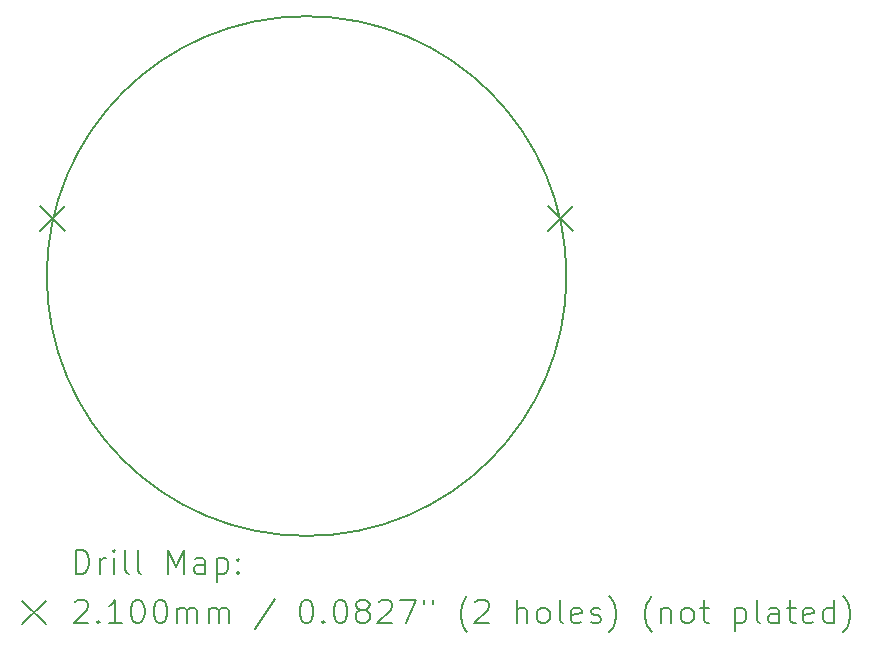
<source format=gbr>
%TF.GenerationSoftware,KiCad,Pcbnew,6.0.9-8da3e8f707~116~ubuntu22.04.1*%
%TF.CreationDate,2022-11-08T11:28:48+01:00*%
%TF.ProjectId,PCB-Horloge,5043422d-486f-4726-9c6f-67652e6b6963,1.0*%
%TF.SameCoordinates,Original*%
%TF.FileFunction,Drillmap*%
%TF.FilePolarity,Positive*%
%FSLAX45Y45*%
G04 Gerber Fmt 4.5, Leading zero omitted, Abs format (unit mm)*
G04 Created by KiCad (PCBNEW 6.0.9-8da3e8f707~116~ubuntu22.04.1) date 2022-11-08 11:28:48*
%MOMM*%
%LPD*%
G01*
G04 APERTURE LIST*
%ADD10C,0.200000*%
%ADD11C,0.210000*%
G04 APERTURE END LIST*
D10*
X15916000Y-9144000D02*
G75*
G03*
X15916000Y-9144000I-2200000J0D01*
G01*
D11*
X11460000Y-8555000D02*
X11670000Y-8765000D01*
X11670000Y-8555000D02*
X11460000Y-8765000D01*
X15760000Y-8555000D02*
X15970000Y-8765000D01*
X15970000Y-8555000D02*
X15760000Y-8765000D01*
D10*
X11763619Y-11664476D02*
X11763619Y-11464476D01*
X11811238Y-11464476D01*
X11839809Y-11474000D01*
X11858857Y-11493048D01*
X11868381Y-11512095D01*
X11877905Y-11550190D01*
X11877905Y-11578762D01*
X11868381Y-11616857D01*
X11858857Y-11635905D01*
X11839809Y-11654952D01*
X11811238Y-11664476D01*
X11763619Y-11664476D01*
X11963619Y-11664476D02*
X11963619Y-11531143D01*
X11963619Y-11569238D02*
X11973143Y-11550190D01*
X11982667Y-11540667D01*
X12001714Y-11531143D01*
X12020762Y-11531143D01*
X12087428Y-11664476D02*
X12087428Y-11531143D01*
X12087428Y-11464476D02*
X12077905Y-11474000D01*
X12087428Y-11483524D01*
X12096952Y-11474000D01*
X12087428Y-11464476D01*
X12087428Y-11483524D01*
X12211238Y-11664476D02*
X12192190Y-11654952D01*
X12182667Y-11635905D01*
X12182667Y-11464476D01*
X12316000Y-11664476D02*
X12296952Y-11654952D01*
X12287428Y-11635905D01*
X12287428Y-11464476D01*
X12544571Y-11664476D02*
X12544571Y-11464476D01*
X12611238Y-11607333D01*
X12677905Y-11464476D01*
X12677905Y-11664476D01*
X12858857Y-11664476D02*
X12858857Y-11559714D01*
X12849333Y-11540667D01*
X12830286Y-11531143D01*
X12792190Y-11531143D01*
X12773143Y-11540667D01*
X12858857Y-11654952D02*
X12839809Y-11664476D01*
X12792190Y-11664476D01*
X12773143Y-11654952D01*
X12763619Y-11635905D01*
X12763619Y-11616857D01*
X12773143Y-11597809D01*
X12792190Y-11588286D01*
X12839809Y-11588286D01*
X12858857Y-11578762D01*
X12954095Y-11531143D02*
X12954095Y-11731143D01*
X12954095Y-11540667D02*
X12973143Y-11531143D01*
X13011238Y-11531143D01*
X13030286Y-11540667D01*
X13039809Y-11550190D01*
X13049333Y-11569238D01*
X13049333Y-11626381D01*
X13039809Y-11645428D01*
X13030286Y-11654952D01*
X13011238Y-11664476D01*
X12973143Y-11664476D01*
X12954095Y-11654952D01*
X13135048Y-11645428D02*
X13144571Y-11654952D01*
X13135048Y-11664476D01*
X13125524Y-11654952D01*
X13135048Y-11645428D01*
X13135048Y-11664476D01*
X13135048Y-11540667D02*
X13144571Y-11550190D01*
X13135048Y-11559714D01*
X13125524Y-11550190D01*
X13135048Y-11540667D01*
X13135048Y-11559714D01*
X11306000Y-11894000D02*
X11506000Y-12094000D01*
X11506000Y-11894000D02*
X11306000Y-12094000D01*
X11754095Y-11903524D02*
X11763619Y-11894000D01*
X11782667Y-11884476D01*
X11830286Y-11884476D01*
X11849333Y-11894000D01*
X11858857Y-11903524D01*
X11868381Y-11922571D01*
X11868381Y-11941619D01*
X11858857Y-11970190D01*
X11744571Y-12084476D01*
X11868381Y-12084476D01*
X11954095Y-12065428D02*
X11963619Y-12074952D01*
X11954095Y-12084476D01*
X11944571Y-12074952D01*
X11954095Y-12065428D01*
X11954095Y-12084476D01*
X12154095Y-12084476D02*
X12039809Y-12084476D01*
X12096952Y-12084476D02*
X12096952Y-11884476D01*
X12077905Y-11913048D01*
X12058857Y-11932095D01*
X12039809Y-11941619D01*
X12277905Y-11884476D02*
X12296952Y-11884476D01*
X12316000Y-11894000D01*
X12325524Y-11903524D01*
X12335048Y-11922571D01*
X12344571Y-11960667D01*
X12344571Y-12008286D01*
X12335048Y-12046381D01*
X12325524Y-12065428D01*
X12316000Y-12074952D01*
X12296952Y-12084476D01*
X12277905Y-12084476D01*
X12258857Y-12074952D01*
X12249333Y-12065428D01*
X12239809Y-12046381D01*
X12230286Y-12008286D01*
X12230286Y-11960667D01*
X12239809Y-11922571D01*
X12249333Y-11903524D01*
X12258857Y-11894000D01*
X12277905Y-11884476D01*
X12468381Y-11884476D02*
X12487428Y-11884476D01*
X12506476Y-11894000D01*
X12516000Y-11903524D01*
X12525524Y-11922571D01*
X12535048Y-11960667D01*
X12535048Y-12008286D01*
X12525524Y-12046381D01*
X12516000Y-12065428D01*
X12506476Y-12074952D01*
X12487428Y-12084476D01*
X12468381Y-12084476D01*
X12449333Y-12074952D01*
X12439809Y-12065428D01*
X12430286Y-12046381D01*
X12420762Y-12008286D01*
X12420762Y-11960667D01*
X12430286Y-11922571D01*
X12439809Y-11903524D01*
X12449333Y-11894000D01*
X12468381Y-11884476D01*
X12620762Y-12084476D02*
X12620762Y-11951143D01*
X12620762Y-11970190D02*
X12630286Y-11960667D01*
X12649333Y-11951143D01*
X12677905Y-11951143D01*
X12696952Y-11960667D01*
X12706476Y-11979714D01*
X12706476Y-12084476D01*
X12706476Y-11979714D02*
X12716000Y-11960667D01*
X12735048Y-11951143D01*
X12763619Y-11951143D01*
X12782667Y-11960667D01*
X12792190Y-11979714D01*
X12792190Y-12084476D01*
X12887428Y-12084476D02*
X12887428Y-11951143D01*
X12887428Y-11970190D02*
X12896952Y-11960667D01*
X12916000Y-11951143D01*
X12944571Y-11951143D01*
X12963619Y-11960667D01*
X12973143Y-11979714D01*
X12973143Y-12084476D01*
X12973143Y-11979714D02*
X12982667Y-11960667D01*
X13001714Y-11951143D01*
X13030286Y-11951143D01*
X13049333Y-11960667D01*
X13058857Y-11979714D01*
X13058857Y-12084476D01*
X13449333Y-11874952D02*
X13277905Y-12132095D01*
X13706476Y-11884476D02*
X13725524Y-11884476D01*
X13744571Y-11894000D01*
X13754095Y-11903524D01*
X13763619Y-11922571D01*
X13773143Y-11960667D01*
X13773143Y-12008286D01*
X13763619Y-12046381D01*
X13754095Y-12065428D01*
X13744571Y-12074952D01*
X13725524Y-12084476D01*
X13706476Y-12084476D01*
X13687428Y-12074952D01*
X13677905Y-12065428D01*
X13668381Y-12046381D01*
X13658857Y-12008286D01*
X13658857Y-11960667D01*
X13668381Y-11922571D01*
X13677905Y-11903524D01*
X13687428Y-11894000D01*
X13706476Y-11884476D01*
X13858857Y-12065428D02*
X13868381Y-12074952D01*
X13858857Y-12084476D01*
X13849333Y-12074952D01*
X13858857Y-12065428D01*
X13858857Y-12084476D01*
X13992190Y-11884476D02*
X14011238Y-11884476D01*
X14030286Y-11894000D01*
X14039809Y-11903524D01*
X14049333Y-11922571D01*
X14058857Y-11960667D01*
X14058857Y-12008286D01*
X14049333Y-12046381D01*
X14039809Y-12065428D01*
X14030286Y-12074952D01*
X14011238Y-12084476D01*
X13992190Y-12084476D01*
X13973143Y-12074952D01*
X13963619Y-12065428D01*
X13954095Y-12046381D01*
X13944571Y-12008286D01*
X13944571Y-11960667D01*
X13954095Y-11922571D01*
X13963619Y-11903524D01*
X13973143Y-11894000D01*
X13992190Y-11884476D01*
X14173143Y-11970190D02*
X14154095Y-11960667D01*
X14144571Y-11951143D01*
X14135048Y-11932095D01*
X14135048Y-11922571D01*
X14144571Y-11903524D01*
X14154095Y-11894000D01*
X14173143Y-11884476D01*
X14211238Y-11884476D01*
X14230286Y-11894000D01*
X14239809Y-11903524D01*
X14249333Y-11922571D01*
X14249333Y-11932095D01*
X14239809Y-11951143D01*
X14230286Y-11960667D01*
X14211238Y-11970190D01*
X14173143Y-11970190D01*
X14154095Y-11979714D01*
X14144571Y-11989238D01*
X14135048Y-12008286D01*
X14135048Y-12046381D01*
X14144571Y-12065428D01*
X14154095Y-12074952D01*
X14173143Y-12084476D01*
X14211238Y-12084476D01*
X14230286Y-12074952D01*
X14239809Y-12065428D01*
X14249333Y-12046381D01*
X14249333Y-12008286D01*
X14239809Y-11989238D01*
X14230286Y-11979714D01*
X14211238Y-11970190D01*
X14325524Y-11903524D02*
X14335048Y-11894000D01*
X14354095Y-11884476D01*
X14401714Y-11884476D01*
X14420762Y-11894000D01*
X14430286Y-11903524D01*
X14439809Y-11922571D01*
X14439809Y-11941619D01*
X14430286Y-11970190D01*
X14316000Y-12084476D01*
X14439809Y-12084476D01*
X14506476Y-11884476D02*
X14639809Y-11884476D01*
X14554095Y-12084476D01*
X14706476Y-11884476D02*
X14706476Y-11922571D01*
X14782667Y-11884476D02*
X14782667Y-11922571D01*
X15077905Y-12160667D02*
X15068381Y-12151143D01*
X15049333Y-12122571D01*
X15039809Y-12103524D01*
X15030286Y-12074952D01*
X15020762Y-12027333D01*
X15020762Y-11989238D01*
X15030286Y-11941619D01*
X15039809Y-11913048D01*
X15049333Y-11894000D01*
X15068381Y-11865428D01*
X15077905Y-11855905D01*
X15144571Y-11903524D02*
X15154095Y-11894000D01*
X15173143Y-11884476D01*
X15220762Y-11884476D01*
X15239809Y-11894000D01*
X15249333Y-11903524D01*
X15258857Y-11922571D01*
X15258857Y-11941619D01*
X15249333Y-11970190D01*
X15135048Y-12084476D01*
X15258857Y-12084476D01*
X15496952Y-12084476D02*
X15496952Y-11884476D01*
X15582667Y-12084476D02*
X15582667Y-11979714D01*
X15573143Y-11960667D01*
X15554095Y-11951143D01*
X15525524Y-11951143D01*
X15506476Y-11960667D01*
X15496952Y-11970190D01*
X15706476Y-12084476D02*
X15687428Y-12074952D01*
X15677905Y-12065428D01*
X15668381Y-12046381D01*
X15668381Y-11989238D01*
X15677905Y-11970190D01*
X15687428Y-11960667D01*
X15706476Y-11951143D01*
X15735048Y-11951143D01*
X15754095Y-11960667D01*
X15763619Y-11970190D01*
X15773143Y-11989238D01*
X15773143Y-12046381D01*
X15763619Y-12065428D01*
X15754095Y-12074952D01*
X15735048Y-12084476D01*
X15706476Y-12084476D01*
X15887428Y-12084476D02*
X15868381Y-12074952D01*
X15858857Y-12055905D01*
X15858857Y-11884476D01*
X16039809Y-12074952D02*
X16020762Y-12084476D01*
X15982667Y-12084476D01*
X15963619Y-12074952D01*
X15954095Y-12055905D01*
X15954095Y-11979714D01*
X15963619Y-11960667D01*
X15982667Y-11951143D01*
X16020762Y-11951143D01*
X16039809Y-11960667D01*
X16049333Y-11979714D01*
X16049333Y-11998762D01*
X15954095Y-12017809D01*
X16125524Y-12074952D02*
X16144571Y-12084476D01*
X16182667Y-12084476D01*
X16201714Y-12074952D01*
X16211238Y-12055905D01*
X16211238Y-12046381D01*
X16201714Y-12027333D01*
X16182667Y-12017809D01*
X16154095Y-12017809D01*
X16135048Y-12008286D01*
X16125524Y-11989238D01*
X16125524Y-11979714D01*
X16135048Y-11960667D01*
X16154095Y-11951143D01*
X16182667Y-11951143D01*
X16201714Y-11960667D01*
X16277905Y-12160667D02*
X16287428Y-12151143D01*
X16306476Y-12122571D01*
X16316000Y-12103524D01*
X16325524Y-12074952D01*
X16335048Y-12027333D01*
X16335048Y-11989238D01*
X16325524Y-11941619D01*
X16316000Y-11913048D01*
X16306476Y-11894000D01*
X16287428Y-11865428D01*
X16277905Y-11855905D01*
X16639809Y-12160667D02*
X16630286Y-12151143D01*
X16611238Y-12122571D01*
X16601714Y-12103524D01*
X16592190Y-12074952D01*
X16582667Y-12027333D01*
X16582667Y-11989238D01*
X16592190Y-11941619D01*
X16601714Y-11913048D01*
X16611238Y-11894000D01*
X16630286Y-11865428D01*
X16639809Y-11855905D01*
X16716000Y-11951143D02*
X16716000Y-12084476D01*
X16716000Y-11970190D02*
X16725524Y-11960667D01*
X16744571Y-11951143D01*
X16773143Y-11951143D01*
X16792190Y-11960667D01*
X16801714Y-11979714D01*
X16801714Y-12084476D01*
X16925524Y-12084476D02*
X16906476Y-12074952D01*
X16896952Y-12065428D01*
X16887429Y-12046381D01*
X16887429Y-11989238D01*
X16896952Y-11970190D01*
X16906476Y-11960667D01*
X16925524Y-11951143D01*
X16954095Y-11951143D01*
X16973143Y-11960667D01*
X16982667Y-11970190D01*
X16992190Y-11989238D01*
X16992190Y-12046381D01*
X16982667Y-12065428D01*
X16973143Y-12074952D01*
X16954095Y-12084476D01*
X16925524Y-12084476D01*
X17049333Y-11951143D02*
X17125524Y-11951143D01*
X17077905Y-11884476D02*
X17077905Y-12055905D01*
X17087429Y-12074952D01*
X17106476Y-12084476D01*
X17125524Y-12084476D01*
X17344571Y-11951143D02*
X17344571Y-12151143D01*
X17344571Y-11960667D02*
X17363619Y-11951143D01*
X17401714Y-11951143D01*
X17420762Y-11960667D01*
X17430286Y-11970190D01*
X17439810Y-11989238D01*
X17439810Y-12046381D01*
X17430286Y-12065428D01*
X17420762Y-12074952D01*
X17401714Y-12084476D01*
X17363619Y-12084476D01*
X17344571Y-12074952D01*
X17554095Y-12084476D02*
X17535048Y-12074952D01*
X17525524Y-12055905D01*
X17525524Y-11884476D01*
X17716000Y-12084476D02*
X17716000Y-11979714D01*
X17706476Y-11960667D01*
X17687429Y-11951143D01*
X17649333Y-11951143D01*
X17630286Y-11960667D01*
X17716000Y-12074952D02*
X17696952Y-12084476D01*
X17649333Y-12084476D01*
X17630286Y-12074952D01*
X17620762Y-12055905D01*
X17620762Y-12036857D01*
X17630286Y-12017809D01*
X17649333Y-12008286D01*
X17696952Y-12008286D01*
X17716000Y-11998762D01*
X17782667Y-11951143D02*
X17858857Y-11951143D01*
X17811238Y-11884476D02*
X17811238Y-12055905D01*
X17820762Y-12074952D01*
X17839810Y-12084476D01*
X17858857Y-12084476D01*
X18001714Y-12074952D02*
X17982667Y-12084476D01*
X17944571Y-12084476D01*
X17925524Y-12074952D01*
X17916000Y-12055905D01*
X17916000Y-11979714D01*
X17925524Y-11960667D01*
X17944571Y-11951143D01*
X17982667Y-11951143D01*
X18001714Y-11960667D01*
X18011238Y-11979714D01*
X18011238Y-11998762D01*
X17916000Y-12017809D01*
X18182667Y-12084476D02*
X18182667Y-11884476D01*
X18182667Y-12074952D02*
X18163619Y-12084476D01*
X18125524Y-12084476D01*
X18106476Y-12074952D01*
X18096952Y-12065428D01*
X18087429Y-12046381D01*
X18087429Y-11989238D01*
X18096952Y-11970190D01*
X18106476Y-11960667D01*
X18125524Y-11951143D01*
X18163619Y-11951143D01*
X18182667Y-11960667D01*
X18258857Y-12160667D02*
X18268381Y-12151143D01*
X18287429Y-12122571D01*
X18296952Y-12103524D01*
X18306476Y-12074952D01*
X18316000Y-12027333D01*
X18316000Y-11989238D01*
X18306476Y-11941619D01*
X18296952Y-11913048D01*
X18287429Y-11894000D01*
X18268381Y-11865428D01*
X18258857Y-11855905D01*
M02*

</source>
